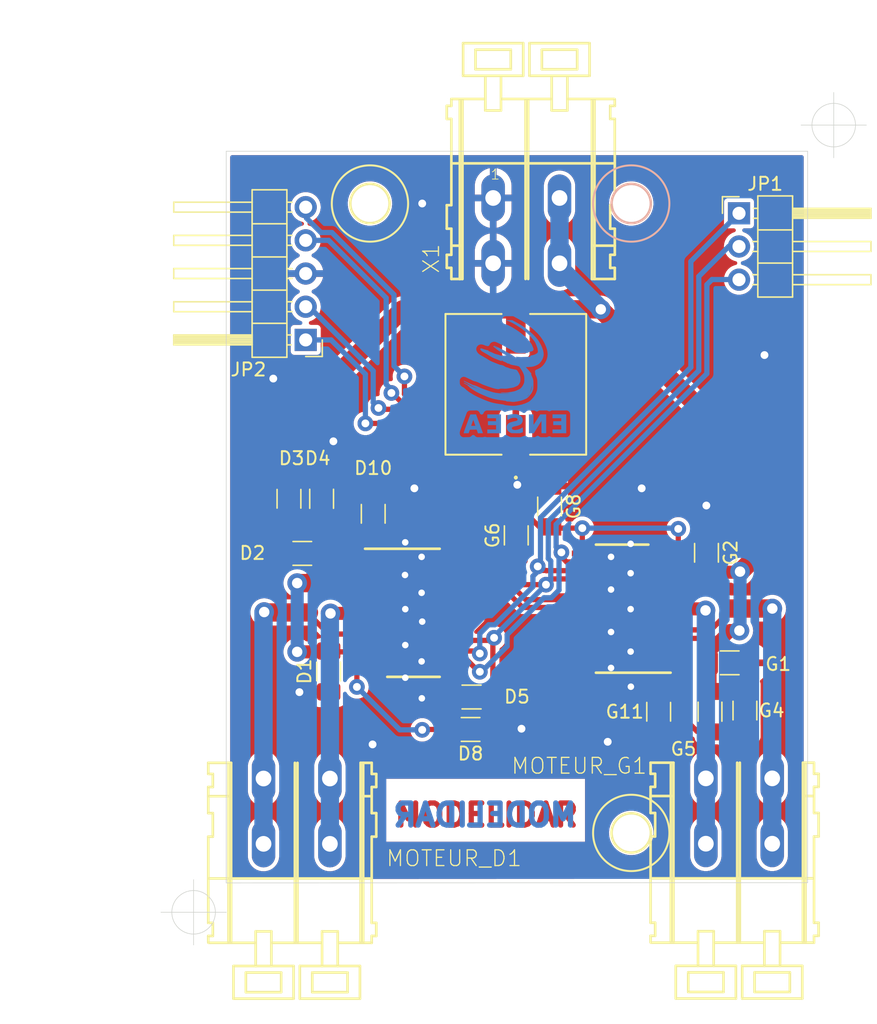
<source format=kicad_pcb>
(kicad_pcb (version 20211014) (generator pcbnew)
  (layers (0 "F.Cu" signal "Top") (31 "B.Cu" signal "Bottom") (34 "B.Paste" user) (35 "F.Paste" user) (36 "B.SilkS" user "B.Silkscreen") (37 "F.SilkS" user "F.Silkscreen") (38 "B.Mask" user) (39 "F.Mask" user) (44 "Edge.Cuts" user))
  (net 0 "")
  (net 1 "0")
  (net 2 "/IN_1_G")
  (net 3 "/IN_2_G")
  (net 4 "/FAULT")
  (net 5 "/SLEEP")
  (net 6 "/RESET")
  (net 7 "/V3P3OUT_G")
  (net 8 "/VM")
  (net 9 "/OUT1G")
  (net 10 "/OUT2G")
  (net 11 "/VCP_G")
  (net 12 "/IN_1_D")
  (net 13 "/IN_2_D")
  (net 14 "/V3P3OUT_D")
  (net 15 "/OUT1D")
  (net 16 "/OUT2D")
  (net 17 "/VCP_D")
  (net 18 "Net-(D10-Pad2)")
  (net 19 "Net-(D10-Pad1)")
  (net 20 "Net-(DRIVER_GAUCHE1-Pad27)")
  (net 21 "Net-(DRIVER_GAUCHE1-Pad26)")
  (net 22 "Net-(DRIVER_GAUCHE1-Pad25)")
  (net 23 "Net-(DRIVER_GAUCHE1-Pad24)")
  (net 24 "Net-(DRIVER_GAUCHE1-Pad23)")
  (net 25 "Net-(DRIVER_GAUCHE1-Pad22)")
  (net 26 "Net-(DRIVER_GAUCHE1-Pad19)")
  (net 27 "Net-(DRIVER_GAUCHE1-Pad2)")
  (net 28 "Net-(DRIVER_GAUCHE1-Pad1)")
  (net 29 "Net-(DRIVER_DROIT1-Pad27)")
  (net 30 "Net-(DRIVER_DROIT1-Pad26)")
  (net 31 "Net-(DRIVER_DROIT1-Pad25)")
  (net 32 "Net-(DRIVER_DROIT1-Pad24)")
  (net 33 "Net-(DRIVER_DROIT1-Pad23)")
  (net 34 "Net-(DRIVER_DROIT1-Pad22)")
  (net 35 "Net-(DRIVER_DROIT1-Pad19)")
  (footprint "Capacitor_SMD:C_1206_3216Metric_Pad1.33x1.80mm_HandSolder" (layer "F.Cu") (at 133.834424 116.81628 90)
    (fp_text reference "D1")
    (fp_text value "0.1uF")
  )
  (footprint "Capacitor_SMD:C_1206_3216Metric_Pad1.33x1.80mm_HandSolder" (layer "F.Cu") (at 137.25 104.75 90)
    (fp_text reference "D10")
    (fp_text value "0.01uF")
  )
  (footprint "Capacitor_SMD:C_1206_3216Metric_Pad1.33x1.80mm_HandSolder" (layer "F.Cu") (at 131.820587 107.781986)
    (fp_text reference "D2")
    (fp_text value "0.1uF")
  )
  (footprint "Capacitor_SMD:C_1206_3216Metric_Pad1.33x1.80mm_HandSolder" (layer "F.Cu") (at 130.8 103.6 -90)
    (fp_text reference "D3")
    (fp_text value "0.1uF")
  )
  (footprint "Resistor_SMD:R_1206_3216Metric_Pad1.30x1.75mm_HandSolder" (layer "F.Cu") (at 133.3 103.6 -90)
    (fp_text reference "D4")
    (fp_text value "1M")
  )
  (footprint "Resistor_SMD:R_1206_3216Metric_Pad1.30x1.75mm_HandSolder" (layer "F.Cu") (at 144.777915 118.773495 180)
    (fp_text reference "D5")
    (fp_text value "10K")
  )
  (footprint "Capacitor_SMD:C_1206_3216Metric_Pad1.33x1.80mm_HandSolder" (layer "F.Cu") (at 144.702512 121.254899 180)
    (fp_text reference "D8")
    (fp_text value "0.47uF")
  )
  (footprint "PontHComplet_MK2:PWP0028C_M" (layer "F.Cu") (at 140.332356 112.327483)
    (fp_text reference "DRIVER_DROIT1" hide)
    (fp_text value "DRV8842PWPRPWP0028C_M" hide)
  )
  (footprint "PontHComplet_MK2:PWP0028C_M" (layer "F.Cu") (at 156.304068 112.009324 180)
    (fp_text reference "DRIVER_GAUCHE1" hide)
    (fp_text value "DRV8842PWPRPWP0028C_M" hide)
  )
  (footprint "PontHComplet_MK2:CAP_60557008_WRE-M" (layer "F.Cu") (at 148.165356 94.839877 90)
    (fp_text reference "G3" hide)
    (fp_text value "220uF" hide)
  )
  (footprint "Capacitor_SMD:C_1206_3216Metric_Pad1.33x1.80mm_HandSolder" (layer "F.Cu") (at 164.540277 116.155945 180)
    (fp_text reference "G1")
    (fp_text value "0.1uF")
  )
  (footprint "Capacitor_SMD:C_1206_3216Metric_Pad1.33x1.80mm_HandSolder" (layer "F.Cu") (at 159.1 119.9 -90)
    (fp_text reference "G11")
    (fp_text value "0.01uF")
  )
  (footprint "Capacitor_SMD:C_1206_3216Metric_Pad1.33x1.80mm_HandSolder" (layer "F.Cu") (at 162.760596 107.7345 -90)
    (fp_text reference "G2")
    (fp_text value "0.1uF")
  )
  (footprint "Capacitor_SMD:C_1206_3216Metric_Pad1.33x1.80mm_HandSolder" (layer "F.Cu") (at 165.702709 119.807774 90)
    (fp_text reference "G4")
    (fp_text value "0.1uF")
  )
  (footprint "Resistor_SMD:R_1206_3216Metric_Pad1.30x1.75mm_HandSolder" (layer "F.Cu") (at 163.030324 119.89578 90)
    (fp_text reference "G5")
    (fp_text value "1M")
  )
  (footprint "Resistor_SMD:R_1206_3216Metric_Pad1.30x1.75mm_HandSolder" (layer "F.Cu") (at 148.2 106.401 90)
    (fp_text reference "G6")
    (fp_text value "10K")
  )
  (footprint "Capacitor_SMD:C_1206_3216Metric_Pad1.33x1.80mm_HandSolder" (layer "F.Cu") (at 150.75 104.1875 -90)
    (fp_text reference "G8")
    (fp_text value "0.47uF")
  )
  (footprint "Connector_PinHeader_2.54mm:PinHeader_1x03_P2.54mm_Horizontal" (layer "F.Cu") (at 165.25 81.75)
    (fp_text reference "JP1")
    (fp_text value "PINHD-1X3_90")
  )
  (footprint "Connector_PinHeader_2.54mm:PinHeader_1x05_P2.54mm_Horizontal" (layer "F.Cu") (at 132.08 91.44 180)
    (fp_text reference "JP2")
    (fp_text value "PINHD-1X5_90")
  )
  (footprint "PontHComplet_MK2:255-402-508" (layer "F.Cu") (at 131.393406 130.010636 180)
    (fp_text reference "MOTEUR_D1")
    (fp_text value "WAGO2-255-402-508")
  )
  (footprint "PontHComplet_MK2:255-402-508" (layer "F.Cu") (at 165.251606 129.999205 180)
    (fp_text reference "MOTEUR_G1")
    (fp_text value "WAGO2-255-402-508")
  )
  (footprint "PontHComplet_MK2:255-402-508" (layer "F.Cu") (at 148.970577 80.577102)
    (fp_text reference "X1")
    (fp_text value "WAGO2-255-402-508")
  )
  (footprint "PontHComplet_MK2:2,8" (layer "F.Cu") (at 157 129.173545)
    (fp_text reference "H1" hide)
    (fp_text value "MOUNT-HOLE2.8" hide)
  )
  (footprint "PontHComplet_MK2:2,8" (layer "F.Cu") (at 137 81)
    (fp_text reference "H3" hide)
    (fp_text value "MOUNT-HOLE2.8" hide)
  )
  (footprint "PontHComplet_MK2:2,8" (layer "B.Cu") (at 157 81 180)
    (fp_text reference "H2" hide)
    (fp_text value "MOUNT-HOLE2.8" hide)
  )
  (footprint "ensea:ensea" (layer "B.Cu") (at 148.5 94.25 180)
    (fp_text reference "G***" hide)
    (fp_text value "LOGO" hide)
  )
  (gr_line (start 126 133) (end 170.5 132.983704) (layer "Edge.Cuts") (width 0.05))
  (gr_line (start 170.5 132.983704) (end 170.5 77) (layer "Edge.Cuts") (width 0.05))
  (gr_line (start 170.5 77) (end 126 77) (layer "Edge.Cuts") (width 0.05))
  (gr_line (start 126 77) (end 126 133) (layer "Edge.Cuts") (width 0.05))
  (gr_text "−" (at 141.2 85.6) (layer "F.Cu") (effects (font (size 1.5 1.5) (thickness 0.3))))
  (gr_text "MODELIDAR" (at 138.7 128.8) (layer "F.Cu") (effects (font (size 1.6891 1.6891) (thickness 0.4)) (justify left bottom)))
  (gr_text "+" (at 156.8 85.6) (layer "F.Cu") (effects (font (size 1.5 1.5) (thickness 0.3))))
  (gr_text "MODELIDAR" (at 153.014967 128.8) (layer "B.Cu") (effects (font (size 1.6891 1.6891) (thickness 0.4)) (justify left bottom mirror)))
  (target plus (at 123.5 135.25) (size 5) (width 0.05) (layer "Edge.Cuts"))
  (target plus (at 172.5 75) (size 5) (width 0.05) (layer "Edge.Cuts"))
  (segment (start 158.165896 102.979636) (end 158.117356 102.931095) (width 0.5) (layer "F.Cu") (net 1))
  (segment (start 137.282356 111.352483) (end 139.357356 111.352483) (width 0.4) (layer "F.Cu") (net 1))
  (segment (start 159.354068 112.984324) (end 157.279065 112.984324) (width 0.4) (layer "F.Cu") (net 1))
  (segment (start 133.834424 118.31628) (end 131.68372 118.31628) (width 0.4) (layer "F.Cu") (net 1))
  (segment (start 156.954076 111.740077) (end 156.954076 112.009324) (width 0.4) (layer "F.Cu") (net 1))
  (segment (start 162.760596 106.2345) (end 162.760596 104.12671) (width 0.4) (layer "F.Cu") (net 1))
  (segment (start 159.354068 111.034324) (end 157.279068 111.034324) (width 0.4) (layer "F.Cu") (net 1))
  (segment (start 157.279068 111.034324) (end 156.304068 112.009324) (width 0.4) (layer "F.Cu") (net 1))
  (segment (start 137.282356 113.302483) (end 139.357356 113.302483) (width 0.4) (layer "F.Cu") (net 1))
  (segment (start 157.279065 112.984324) (end 156.304065 112.009324) (width 0.4) (layer "F.Cu") (net 1))
  (segment (start 131.68372 118.31628) (end 131.6 118.4) (width 0.4) (layer "F.Cu") (net 1))
  (segment (start 139.357356 113.302483) (end 140.332356 112.327483) (width 0.4) (layer "F.Cu") (net 1))
  (segment (start 139.357356 111.352483) (end 140.332356 112.327483) (width 0.4) (layer "F.Cu") (net 1))
  (via (at 167.2 92.6) (size 1.5) (drill 0.6) (layers "F.Cu" "B.Cu") (net 1))
  (via (at 148.6 121.2) (size 1.5) (drill 0.6) (layers "F.Cu" "B.Cu") (net 1))
  (via (at 155.454076 108.045924) (size 1) (drill 0.5) (layers "F.Cu" "B.Cu") (net 1))
  (via (at 140.97 118.872) (size 1) (drill 0.5) (layers "F.Cu" "B.Cu") (net 1))
  (via (at 134.2 99.2) (size 1.5) (drill 0.6) (layers "F.Cu" "B.Cu") (net 1))
  (via (at 140.954076 116.045924) (size 1) (drill 0.5) (layers "F.Cu" "B.Cu") (net 1))
  (via (at 157.8 102.8) (size 1.5) (drill 0.6) (layers "F.Cu" "B.Cu") (net 1))
  (via (at 139.704076 117.295924) (size 1) (drill 0.5) (layers "F.Cu" "B.Cu") (net 1))
  (via (at 139.704076 114.795924) (size 1) (drill 0.5) (layers "F.Cu" "B.Cu") (net 1))
  (via (at 140.954076 110.795924) (size 1) (drill 0.5) (layers "F.Cu" "B.Cu") (net 1))
  (via (at 141 113) (size 1) (drill 0.5) (layers "F.Cu" "B.Cu") (net 1))
  (via (at 156.954076 115.295924) (size 1) (drill 0.5) (layers "F.Cu" "B.Cu") (net 1))
  (via (at 137.2 122.4) (size 1.5) (drill 0.6) (layers "F.Cu" "B.Cu") (net 1))
  (via (at 156.954076 112.045924) (size 1) (drill 0.5) (layers "F.Cu" "B.Cu") (net 1))
  (via (at 155.454076 113.795924) (size 1) (drill 0.5) (layers "F.Cu" "B.Cu") (net 1))
  (via (at 156.954076 107.045924) (size 1) (drill 0.5) (layers "F.Cu" "B.Cu") (net 1))
  (via (at 139.704076 112.045924) (size 1) (drill 0.5) (layers "F.Cu" "B.Cu") (net 1))
  (via (at 155.454076 116.545924) (size 1) (drill 0.5) (layers "F.Cu" "B.Cu") (net 1))
  (via (at 155.2 122.2) (size 1.5) (drill 0.6) (layers "F.Cu" "B.Cu") (net 1))
  (via (at 141 81) (size 1.5) (drill 0.6) (layers "F.Cu" "B.Cu") (net 1))
  (via (at 148.28 102.53) (size 1.2) (drill 0.6) (layers "F.Cu" "B.Cu") (net 1))
  (via (at 155.454076 110.545924) (size 1) (drill 0.5) (layers "F.Cu" "B.Cu") (net 1))
  (via (at 156.972 117.983) (size 1) (drill 0.5) (layers "F.Cu" "B.Cu") (net 1))
  (via (at 156.954076 109.295924) (size 1) (drill 0.5) (layers "F.Cu" "B.Cu") (net 1))
  (via (at 139.682348 109.432352) (size 1) (drill 0.5) (layers "F.Cu" "B.Cu") (net 1))
  (via (at 140.4 102.8) (size 1.5) (drill 0.6) (layers "F.Cu" "B.Cu") (net 1))
  (via (at 129.6 94.4) (size 1.5) (drill 0.6) (layers "F.Cu" "B.Cu") (net 1))
  (via (at 140.954076 108.045924) (size 1) (drill 0.5) (layers "F.Cu" "B.Cu") (net 1))
  (via (at 131.6 118.4) (size 1.5) (drill 0.6) (layers "F.Cu" "B.Cu") (net 1))
  (via (at 139.7 106.934) (size 1) (drill 0.5) (layers "F.Cu" "B.Cu") (net 1))
  (via (at 162.75 104.116114) (size 1.5) (drill 0.6) (layers "F.Cu" "B.Cu") (net 1))
  (segment (start 145.899989 109.137171) (end 148.682829 111.920011) (width 0.4) (layer "F.Cu") (net 2))
  (segment (start 151.479989 111.920011) (end 151.715676 111.684324) (width 0.4) (layer "F.Cu") (net 2))
  (segment (start 138.6994 95.500348) (end 145.899989 102.700937) (width 0.4) (layer "F.Cu") (net 2))
  (segment (start 148.682829 111.920011) (end 151.479989 111.920011) (width 0.4) (layer "F.Cu") (net 2))
  (segment (start 145.899989 102.700937) (end 145.899989 109.137171) (width 0.4) (layer "F.Cu") (net 2))
  (segment (start 138.6405 95.500348) (end 138.6994 95.500348) (width 0.4) (layer "F.Cu") (net 2))
  (segment (start 151.715676 111.684324) (end 153.254068 111.684324) (width 0.4) (layer "F.Cu") (net 2))
  (via (at 138.6405 95.500348) (size 1.2) (drill 0.6) (layers "F.Cu" "B.Cu") (net 2))
  (segment (start 138.239999 94.837496) (end 138.239999 88.225143) (width 0.4) (layer "B.Cu") (net 2))
  (segment (start 138.239999 88.225143) (end 133.834856 83.82) (width 0.4) (layer "B.Cu") (net 2))
  (segment (start 138.6405 95.500348) (end 138.6405 95.237997) (width 0.4) (layer "B.Cu") (net 2))
  (segment (start 133.834856 83.82) (end 132.142706 83.82) (width 0.4) (layer "B.Cu") (net 2))
  (segment (start 138.6405 95.237997) (end 138.239999 94.837496) (width 0.4) (layer "B.Cu") (net 2))
  (segment (start 146.5 102.453098) (end 146.5 108.888639) (width 0.4) (layer "F.Cu") (net 3))
  (segment (start 151.517133 111.034324) (end 153.254068 111.034324) (width 0.4) (layer "F.Cu") (net 3))
  (segment (start 139.64 94.234) (end 139.64 95.593098) (width 0.4) (layer "F.Cu") (net 3))
  (segment (start 146.5 108.888639) (end 148.931361 111.32) (width 0.4) (layer "F.Cu") (net 3))
  (segment (start 139.64 95.593098) (end 146.5 102.453098) (width 0.4) (layer "F.Cu") (net 3))
  (segment (start 148.931361 111.32) (end 151.231457 111.32) (width 0.4) (layer "F.Cu") (net 3))
  (segment (start 151.231457 111.32) (end 151.517133 111.034324) (width 0.4) (layer "F.Cu") (net 3))
  (via (at 139.64 94.234) (size 1.2) (drill 0.6) (layers "F.Cu" "B.Cu") (net 3))
  (segment (start 138.839519 93.433519) (end 138.839519 87.976813) (width 0.4) (layer "B.Cu") (net 3))
  (segment (start 138.839519 87.976813) (end 134.083186 83.22048) (width 0.4) (layer "B.Cu") (net 3))
  (segment (start 133.247556 83.22048) (end 132.142706 82.11563) (width 0.4) (layer "B.Cu") (net 3))
  (segment (start 139.64 94.234) (end 138.839519 93.433519) (width 0.4) (layer "B.Cu") (net 3))
  (segment (start 132.142706 82.11563) (end 132.142706 81.28) (width 0.4) (layer "B.Cu") (net 3))
  (segment (start 134.083186 83.22048) (end 133.247556 83.22048) (width 0.4) (layer "B.Cu") (net 3))
  (segment (start 148.773545 110.173545) (end 150.473545 110.173545) (width 0.4) (layer "F.Cu") (net 4))
  (segment (start 148.2 109.6) (end 148.773545 110.173545) (width 0.4) (layer "F.Cu") (net 4))
  (segment (start 144.75299 114.438249) (end 144.588756 114.602483) (width 0.4) (layer "F.Cu") (net 4))
  (segment (start 146.2 118.829225) (end 146.409955 118.61927) (width 0.4) (layer "F.Cu") (net 4))
  (segment (start 146.409955 118.61927) (end 146.409955 114.438249) (width 0.4) (layer "F.Cu") (net 4))
  (segment (start 144.588756 114.602483) (end 143.382356 114.602483) (width 0.4) (layer "F.Cu") (net 4))
  (segment (start 146.303602 114.438249) (end 146.502126 114.239725) (width 0.4) (layer "F.Cu") (net 4))
  (segment (start 150.912766 109.734324) (end 150.473545 110.173545) (width 0.4) (layer "F.Cu") (net 4))
  (segment (start 153.254068 109.734324) (end 150.912766 109.734324) (width 0.4) (layer "F.Cu") (net 4))
  (segment (start 148.2 107.9) (end 148.2 109.6) (width 0.4) (layer "F.Cu") (net 4))
  (segment (start 144.75299 114.438249) (end 146.409955 114.438249) (width 0.4) (layer "F.Cu") (net 4))
  (via (at 146.502126 114.239725) (size 1.2) (drill 0.6) (layers "F.Cu" "B.Cu") (net 4))
  (via (at 150.473545 110.173545) (size 1.2) (drill 0.6) (layers "F.Cu" "B.Cu") (net 4))
  (segment (start 162.17 86.58) (end 162.17 93.786932) (width 0.4) (layer "B.Cu") (net 4))
  (segment (start 165.401465 84.279205) (end 164.470795 84.279205) (width 0.4) (layer "B.Cu") (net 4))
  (segment (start 150.473545 110.173545) (end 146.502126 114.144964) (width 0.4) (layer "B.Cu") (net 4))
  (segment (start 150.841447 108.361903) (end 150.841447 109.805643) (width 0.4) (layer "B.Cu") (net 4))
  (segment (start 150.841447 109.805643) (end 150.473545 110.173545) (width 0.4) (layer "B.Cu") (net 4))
  (segment (start 146.502126 114.144964) (end 146.502126 114.239725) (width 0.4) (layer "B.Cu") (net 4))
  (segment (start 150.650854 105.306078) (end 150.650854 108.17131) (width 0.4) (layer "B.Cu") (net 4))
  (segment (start 164.470795 84.279205) (end 162.17 86.58) (width 0.4) (layer "B.Cu") (net 4))
  (segment (start 162.17 93.786932) (end 150.650854 105.306078) (width 0.4) (layer "B.Cu") (net 4))
  (segment (start 150.650854 108.17131) (end 150.841447 108.361903) (width 0.4) (layer "B.Cu") (net 4))
  (segment (start 143.382356 115.252483) (end 145.113843 115.252483) (width 0.4) (layer "F.Cu") (net 5))
  (segment (start 145.30281 115.44145) (end 145.406754 115.44145) (width 0.4) (layer "F.Cu") (net 5))
  (segment (start 150.474127 109.084324) (end 150.150345 109.084324) (width 0.4) (layer "F.Cu") (net 5))
  (segment (start 150.493005 109.103202) (end 150.474127 109.084324) (width 0.4) (layer "F.Cu") (net 5))
  (segment (start 150.150345 109.084324) (end 149.841936 108.775915) (width 0.4) (layer "F.Cu") (net 5))
  (segment (start 153.23519 109.103202) (end 150.493005 109.103202) (width 0.4) (layer "F.Cu") (net 5))
  (segment (start 153.254068 109.084324) (end 153.23519 109.103202) (width 0.4) (layer "F.Cu") (net 5))
  (segment (start 145.113843 115.252483) (end 145.30281 115.44145) (width 0.4) (layer "F.Cu") (net 5))
  (via (at 145.406754 115.44145) (size 1.2) (drill 0.6) (layers "F.Cu" "B.Cu") (net 5))
  (via (at 149.841936 108.775915) (size 1.2) (drill 0.6) (layers "F.Cu" "B.Cu") (net 5))
  (segment (start 146.559026 113.240214) (end 146.088114 113.240214) (width 0.4) (layer "B.Cu") (net 5))
  (segment (start 149.474034 109.525966) (end 149.474034 110.325206) (width 0.4) (layer "B.Cu") (net 5))
  (segment (start 146.088114 113.240214) (end 145.406754 113.921574) (width 0.4) (layer "B.Cu") (net 5))
  (segment (start 165.260795 81.739205) (end 161.563589 85.436411) (width 0.4) (layer "B.Cu") (net 5))
  (segment (start 161.563589 85.436411) (end 161.563589 93.535749) (width 0.4) (layer "B.Cu") (net 5))
  (segment (start 161.563589 93.535749) (end 150.051334 105.048004) (width 0.4) (layer "B.Cu") (net 5))
  (segment (start 149.851455 109.148545) (end 149.474034 109.525966) (width 0.4) (layer "B.Cu") (net 5))
  (segment (start 150.051334 105.048004) (end 150.051334 108.566517) (width 0.4) (layer "B.Cu") (net 5))
  (segment (start 149.474034 110.325206) (end 146.559026 113.240214) (width 0.4) (layer "B.Cu") (net 5))
  (segment (start 145.406754 113.921574) (end 145.406754 115.44145) (width 0.4) (layer "B.Cu") (net 5))
  (segment (start 150.051334 108.566517) (end 149.8 108.817851) (width 0.4) (layer "B.Cu") (net 5))
  (segment (start 144.396789 115.902483) (end 143.382356 115.902483) (width 0.4) (layer "F.Cu") (net 6))
  (segment (start 145.335252 116.840946) (end 144.396789 115.902483) (width 0.4) (layer "F.Cu") (net 6))
  (segment (start 153.254068 108.434324) (end 152.054068 108.434324) (width 0.4) (layer "F.Cu") (net 6))
  (segment (start 151.654056 108.034312) (end 151.654056 107.701012) (width 0.4) (layer "F.Cu") (net 6))
  (segment (start 145.410455 116.840946) (end 145.335252 116.840946) (width 0.4) (layer "F.Cu") (net 6))
  (segment (start 152.054068 108.434324) (end 151.654056 108.034312) (width 0.4) (layer "F.Cu") (net 6))
  (via (at 145.410455 116.840946) (size 1.2) (drill 0.6) (layers "F.Cu" "B.Cu") (net 6))
  (via (at 151.654056 107.701012) (size 1.2) (drill 0.6) (layers "F.Cu" "B.Cu") (net 6))
  (segment (start 162.79 94.02) (end 151.250374 105.559626) (width 0.4) (layer "B.Cu") (net 6))
  (segment (start 151.473056 110.587557) (end 151.473056 107.882012) (width 0.4) (layer "B.Cu") (net 6))
  (segment (start 151.250374 107.29733) (end 151.654056 107.701012) (width 0.4) (layer "B.Cu") (net 6))
  (segment (start 162.79 87.21) (end 162.79 94.02) (width 0.4) (layer "B.Cu") (net 6))
  (segment (start 150.321884 111.173056) (end 150.887557 111.173056) (width 0.4) (layer "B.Cu") (net 6))
  (segment (start 151.473056 107.882012) (end 151.654056 107.701012) (width 0.4) (layer "B.Cu") (net 6))
  (segment (start 147.501637 113.993303) (end 150.321884 111.173056) (width 0.4) (layer "B.Cu") (net 6))
  (segment (start 163.180795 86.819205) (end 162.79 87.21) (width 0.4) (layer "B.Cu") (net 6))
  (segment (start 165.401465 86.819205) (end 163.180795 86.819205) (width 0.4) (layer "B.Cu") (net 6))
  (segment (start 145.410455 116.840946) (end 145.541054 116.840946) (width 0.4) (layer "B.Cu") (net 6))
  (segment (start 147.501637 114.880363) (end 147.501637 113.993303) (width 0.4) (layer "B.Cu") (net 6))
  (segment (start 145.541054 116.840946) (end 147.501637 114.880363) (width 0.4) (layer "B.Cu") (net 6))
  (segment (start 151.250374 105.559626) (end 151.250374 107.29733) (width 0.4) (layer "B.Cu") (net 6))
  (segment (start 150.887557 111.173056) (end 151.473056 110.587557) (width 0.4) (layer "B.Cu") (net 6))
  (segment (start 159.354068 108.434324) (end 159.354068 109.084324) (width 0.4064) (layer "F.Cu") (net 7))
  (segment (start 150.063062 105.845932) (end 149.06813 104.851) (width 0.4) (layer "F.Cu") (net 7))
  (segment (start 159.354068 108.434324) (end 160.297676 108.434324) (width 0.4) (layer "F.Cu") (net 7))
  (segment (start 149.06813 104.851) (end 148.2 104.851) (width 0.4) (layer "F.Cu") (net 7))
  (segment (start 153.254068 107.784324) (end 153.254068 105.845932) (width 0.4) (layer "F.Cu") (net 7))
  (segment (start 153.254068 105.845932) (end 150.063062 105.845932) (width 0.4) (layer "F.Cu") (net 7))
  (segment (start 160.6 108.132) (end 160.6 105.9) (width 0.4) (layer "F.Cu") (net 7))
  (segment (start 160.297676 108.434324) (end 160.6 108.132) (width 0.4) (layer "F.Cu") (net 7))
  (via (at 160.6 105.9) (size 1.2) (drill 0.6) (layers "F.Cu" "B.Cu") (net 7))
  (via (at 153.254068 105.845932) (size 1.2) (drill 0.6) (layers "F.Cu" "B.Cu") (net 7))
  (segment (start 160.545932 105.845932) (end 160.6 105.9) (width 0.4) (layer "B.Cu") (net 7))
  (segment (start 153.254068 105.845932) (end 160.545932 105.845932) (width 0.4) (layer "B.Cu") (net 7))
  (segment (start 148.165356 90.483777) (end 148.141456 90.459877) (width 0.4) (layer "F.Cu") (net 8))
  (segment (start 148.141456 90.459877) (end 148.141456 89.324058) (width 0.4) (layer "F.Cu") (net 8))
  (segment (start 137.282356 110.052483) (end 131.429123 110.052483) (width 0.4) (layer "F.Cu") (net 8))
  (segment (start 159.354068 114.284324) (end 162.984906 114.284324) (width 0.4) (layer "F.Cu") (net 8))
  (segment (start 163.040277 114.339695) (end 162.984906 114.284324) (width 0.4) (layer "F.Cu") (net 8))
  (segment (start 163.040277 115.216723) (end 163.040277 116.155945) (width 1) (layer "F.Cu") (net 8))
  (segment (start 131.428213 115.31628) (end 133.834424 115.31628) (width 1) (layer "F.Cu") (net 8))
  (segment (start 133.383087 107.781986) (end 133.383087 105.182087) (width 1.4) (layer "F.Cu") (net 8))
  (segment (start 130.8 105.1) (end 130.801 105.099) (width 1) (layer "F.Cu") (net 8))
  (segment (start 159.372668 109.715724) (end 159.384944 109.728) (width 0.4) (layer "F.Cu") (net 8))
  (segment (start 129.738 105.1) (end 130.8 105.1) (width 1.4) (layer "F.Cu") (net 8))
  (segment (start 148.165356 89.1) (end 148.165356 90.483777) (width 1.4) (layer "F.Cu") (net 8))
  (segment (start 135.12772 115.31628) (end 133.834424 115.31628) (width 0.4) (layer "F.Cu") (net 8))
  (segment (start 162.984906 114.284324) (end 164.034324 114.284324) (width 0.4) (layer "F.Cu") (net 8))
  (segment (start 132.396685 110.052483) (end 131.429123 110.052483) (width 1.4) (layer "F.Cu") (net 8))
  (segment (start 128.634906 99.965094) (end 139.5 89.1) (width 1.4) (layer "F.Cu") (net 8))
  (segment (start 165.613703 118.39678) (end 165.702709 118.307774) (width 1) (layer "F.Cu") (net 8))
  (segment (start 154.669817 89.1) (end 148.165356 89.1) (width 1.4) (layer "F.Cu") (net 8))
  (segment (start 162.760596 109.22) (end 165.281914 109.22) (width 1) (layer "F.Cu") (net 8))
  (segment (start 128.634906 99.965094) (end 128.634906 103.996906) (width 1.4) (layer "F.Cu") (net 8))
  (segment (start 137.282356 114.602483) (end 135.841517 114.602483) (width 0.4) (layer "F.Cu") (net 8))
  (segment (start 139.5 89.1) (end 148.165356 89.1) (width 1.4) (layer "F.Cu") (net 8))
  (segment (start 133.383087 107.781986) (end 133.383087 109.066081) (width 1.4) (layer "F.Cu") (net 8))
  (segment (start 165.53 113.69) (end 164.567 113.69) (width 1) (layer "F.Cu") (net 8))
  (segment (start 133.383087 109.066081) (end 132.396685 110.052483) (width 1.4) (layer "F.Cu") (net 8))
  (segment (start 166.278131 100.708314) (end 154.669817 89.1) (width 1.4) (layer "F.Cu") (net 8))
  (segment (start 131.427933 115.316) (end 131.428213 115.31628) (width 1) (layer "F.Cu") (net 8))
  (segment (start 166.278131 108.270469) (end 166.278131 100.708314) (width 1.4) (layer "F.Cu") (net 8))
  (segment (start 128.634906 103.996906) (end 129.738 105.1) (width 1.4) (layer "F.Cu") (net 8))
  (segment (start 162.724743 109.728) (end 162.724743 109.613383) (width 0.4) (layer "F.Cu") (net 8))
  (segment (start 164.567 113.69) (end 163.040277 115.216723) (width 1) (layer "F.Cu") (net 8))
  (segment (start 163.030324 118.39678) (end 165.613703 118.39678) (width 1) (layer "F.Cu") (net 8))
  (segment (start 163.030324 118.39678) (end 163.030324 116.165898) (width 1) (layer "F.Cu") (net 8))
  (segment (start 163.040277 114.959723) (end 163.040277 114.339695) (width 0.4) (layer "F.Cu") (net 8))
  (segment (start 165.3286 109.22) (end 166.278131 108.270469) (width 1.4) (layer "F.Cu") (net 8))
  (segment (start 162.670082 109.728) (end 162.622402 109.68032) (width 0.4) (layer "F.Cu") (net 8))
  (segment (start 159.384944 109.728) (end 162.724743 109.728) (width 0.4) (layer "F.Cu") (net 8))
  (segment (start 135.841517 114.602483) (end 135.12772 115.31628) (width 0.4) (layer "F.Cu") (net 8))
  (segment (start 130.801 105.099) (end 133.3 105.099) (width 1.4) (layer "F.Cu") (net 8))
  (via (at 131.427933 115.316) (size 1.5) (drill 0.8) (layers "F.Cu" "B.Cu") (net 8))
  (via (at 165.28 113.69) (size 1.5) (drill 0.8) (layers "F.Cu" "B.Cu") (net 8))
  (via (at 165.3286 109.173314) (size 1.5) (drill 0.8) (layers "F.Cu" "B.Cu") (net 8))
  (via (at 131.429123 110.052483) (size 1.5) (drill 0.8) (layers "F.Cu" "B.Cu") (net 8))
  (via (at 154.669817 89.1) (size 1.5) (drill 0.8) (layers "F.Cu" "B.Cu") (net 8))
  (segment (start 151.510577 80.577102) (end 151.510577 85.577102) (width 1.4) (layer "B.Cu") (net 8))
  (segment (start 154.669817 89.069817) (end 154.669817 89.1) (width 1.4) (layer "B.Cu") (net 8))
  (segment (start 165.3286 109.173314) (end 165.330326 109.17504) (width 1) (layer "B.Cu") (net 8))
  (segment (start 151.510577 85.577102) (end 151.510577 85.910577) (width 1.4) (layer "B.Cu") (net 8))
  (segment (start 131.427933 115.316) (end 131.429123 115.31481) (width 1) (layer "B.Cu") (net 8))
  (segment (start 131.429123 115.31481) (end 131.429123 110.052483) (width 1) (layer "B.Cu") (net 8))
  (segment (start 165.330326 109.17504) (end 165.330326 113.639674) (width 1) (layer "B.Cu") (net 8))
  (segment (start 151.510577 85.910577) (end 154.669817 89.069817) (width 1.4) (layer "B.Cu") (net 8))
  (segment (start 164.465 111.633) (end 163.216324 110.384324) (width 0.4064) (layer "F.Cu") (net 9))
  (segment (start 163.216324 110.384324) (end 159.354068 110.384324) (width 0.4064) (layer "F.Cu") (net 9))
  (segment (start 164.465 112) (end 164.465 111.633) (width 0.4064) (layer "F.Cu") (net 9))
  (segment (start 164.465 112.268) (end 163.098676 113.634324) (width 0.4064) (layer "F.Cu") (net 9))
  (segment (start 163.098676 113.634324) (end 159.354068 113.634324) (width 0.4064) (layer "F.Cu") (net 9))
  (segment (start 164.465 112) (end 167.8 112) (width 1.4) (layer "F.Cu") (net 9))
  (segment (start 164.465 112) (end 164.465 112.268) (width 0.4064) (layer "F.Cu") (net 9))
  (via (at 167.8 112) (size 1.5) (drill 0.8) (layers "F.Cu" "B.Cu") (net 9))
  (segment (start 167.791606 129.999205) (end 167.791606 124.999205) (width 1.4) (layer "B.Cu") (net 9))
  (segment (start 167.791606 112.008394) (end 167.8 112) (width 1.4) (layer "B.Cu") (net 9))
  (segment (start 167.791606 124.999205) (end 167.791606 112.008394) (width 1.4) (layer "B.Cu") (net 9))
  (segment (start 162.687 112.141) (end 162.572136 112.026136) (width 1) (layer "F.Cu") (net 10))
  (segment (start 162.572136 112.026136) (end 159.526136 112.026136) (width 1) (layer "F.Cu") (net 10))
  (segment (start 159.459325 111.959325) (end 159.354068 111.959325) (width 1) (layer "F.Cu") (net 10))
  (segment (start 159.526136 112.026136) (end 159.459325 111.959325) (width 1) (layer "F.Cu") (net 10))
  (via (at 162.687 112.141) (size 1.5) (drill 0.8) (layers "F.Cu" "B.Cu") (net 10))
  (segment (start 162.711606 129.999205) (end 162.711606 124.999205) (width 1.4) (layer "B.Cu") (net 10))
  (segment (start 162.711606 112.165606) (end 162.711606 124.999205) (width 1.4) (layer "B.Cu") (net 10))
  (segment (start 162.687 112.141) (end 162.711606 112.165606) (width 1.4) (layer "B.Cu") (net 10))
  (segment (start 159.354068 114.934324) (end 160.945684 114.934324) (width 0.4064) (layer "F.Cu") (net 11))
  (segment (start 161.484906 115.473545) (end 161.484906 120.845205) (width 0.4064) (layer "F.Cu") (net 11))
  (segment (start 163.030324 121.39478) (end 162.034481 121.39478) (width 0.4064) (layer "F.Cu") (net 11))
  (segment (start 162.034481 121.39478) (end 161.484906 120.845205) (width 0.4064) (layer "F.Cu") (net 11))
  (segment (start 163.034906 121.445205) (end 165.565277 121.445205) (width 0.4064) (layer "F.Cu") (net 11))
  (segment (start 160.945684 114.934324) (end 161.484906 115.473545) (width 0.4064) (layer "F.Cu") (net 11))
  (segment (start 165.565277 121.445205) (end 165.702709 121.307774) (width 0.508) (layer "F.Cu") (net 11))
  (segment (start 163.030324 121.39478) (end 163.034906 121.399361) (width 0.508) (layer "F.Cu") (net 11))
  (segment (start 163.034906 121.399361) (end 163.034906 121.445205) (width 0.508) (layer "F.Cu") (net 11))
  (segment (start 144.690367 112.445234) (end 144.690367 103.187015) (width 0.4) (layer "F.Cu") (net 12))
  (segment (start 144.483118 112.652483) (end 144.690367 112.445234) (width 0.4) (layer "F.Cu") (net 12))
  (segment (start 143.382356 112.652483) (end 144.483118 112.652483) (width 0.4) (layer "F.Cu") (net 12))
  (segment (start 144.690367 103.187015) (end 139.333352 97.83) (width 0.4) (layer "F.Cu") (net 12))
  (segment (start 139.333352 97.83) (end 136.65 97.83) (width 0.4) (layer "F.Cu") (net 12))
  (via (at 136.65 97.83) (size 1.2) (drill 0.6) (layers "F.Cu" "B.Cu") (net 12))
  (segment (start 136.65 94.06385) (end 136.65 97.83) (width 0.4) (layer "B.Cu") (net 12))
  (segment (start 134.02615 91.44) (end 136.65 94.06385) (width 0.4) (layer "B.Cu") (net 12))
  (segment (start 132.08 91.44) (end 134.02615 91.44) (width 0.4) (layer "B.Cu") (net 12))
  (segment (start 137.75321 96.75) (end 137.65321 96.65) (width 0.4) (layer "F.Cu") (net 13))
  (segment (start 144.690712 113.302483) (end 145.296778 112.696417) (width 0.4) (layer "F.Cu") (net 13))
  (segment (start 145.296778 112.696417) (end 145.296778 102.945576) (width 0.4) (layer "F.Cu") (net 13))
  (segment (start 145.296778 102.945576) (end 139.101202 96.75) (width 0.4) (layer "F.Cu") (net 13))
  (segment (start 139.101202 96.75) (end 137.75321 96.75) (width 0.4) (layer "F.Cu") (net 13))
  (segment (start 143.382356 113.302483) (end 144.690712 113.302483) (width 0.4) (layer "F.Cu") (net 13))
  (via (at 137.65321 96.65) (size 1.2) (drill 0.6) (layers "F.Cu" "B.Cu") (net 13))
  (segment (start 132.142706 88.9) (end 132.334 88.9) (width 0.4) (layer "B.Cu") (net 13))
  (segment (start 132.334 88.9) (end 137.24952 93.81552) (width 0.4) (layer "B.Cu") (net 13))
  (segment (start 137.24952 93.81552) (end 137.24952 96.24631) (width 0.4) (layer "B.Cu") (net 13))
  (segment (start 137.24952 96.24631) (end 137.65321 96.65) (width 0.4) (layer "B.Cu") (net 13))
  (segment (start 137.282356 115.902483) (end 137.282356 115.252483) (width 0.4064) (layer "F.Cu") (net 14))
  (segment (start 143.382356 116.552483) (end 143.382356 117.102483) (width 0.4064) (layer "F.Cu") (net 14))
  (segment (start 137.282356 115.902483) (end 136.097517 115.902483) (width 0.4) (layer "F.Cu") (net 14))
  (segment (start 143.382356 117.102483) (end 143.382356 118.670054) (width 0.4) (layer "F.Cu") (net 14))
  (segment (start 143.202512 121.254899) (end 143.202512 118.849898) (width 0.4) (layer "F.Cu") (net 14))
  (segment (start 136 116) (end 136 118) (width 0.4) (layer "F.Cu") (net 14))
  (segment (start 143.202512 118.849898) (end 143.278915 118.773495) (width 0.4) (layer "F.Cu") (net 14))
  (segment (start 136.097517 115.902483) (end 136 116) (width 0.4) (layer "F.Cu") (net 14))
  (segment (start 143.382356 118.670054) (end 143.278915 118.773495) (width 0.4) (layer "F.Cu") (net 14))
  (segment (start 141 121.285) (end 141.030101 121.254899) (width 0.4) (layer "F.Cu") (net 14))
  (segment (start 141.030101 121.254899) (end 143.202512 121.254899) (width 0.4) (layer "F.Cu") (net 14))
  (via (at 136 118) (size 1.2) (drill 0.6) (layers "F.Cu" "B.Cu") (net 14))
  (via (at 141 121.285) (size 1.2) (drill 0.6) (layers "F.Cu" "B.Cu") (net 14))
  (segment (start 139.285 121.285) (end 136 118) (width 0.4) (layer "B.Cu") (net 14))
  (segment (start 141 121.285) (end 139.285 121.285) (width 0.4) (layer "B.Cu") (net 14))
  (segment (start 132.330188 112.3) (end 128.937 112.3) (width 1.4) (layer "F.Cu") (net 15))
  (segment (start 133.607517 110.702483) (end 137.282356 110.702483) (width 0.4) (layer "F.Cu") (net 15))
  (segment (start 133.842483 113.952483) (end 132.224906 112.334906) (width 0.4) (layer "F.Cu") (net 15))
  (segment (start 132.330188 111.979812) (end 133.607517 110.702483) (width 0.4) (layer "F.Cu") (net 15))
  (segment (start 128.937 112.3) (end 128.905 112.268) (width 1.4) (layer "F.Cu") (net 15))
  (segment (start 137.282356 113.952483) (end 133.842483 113.952483) (width 0.4) (layer "F.Cu") (net 15))
  (segment (start 132.330188 112.3) (end 132.330188 111.979812) (width 0.4) (layer "F.Cu") (net 15))
  (via (at 128.905 112.268) (size 1.5) (drill 0.8) (layers "F.Cu" "B.Cu") (net 15))
  (segment (start 128.853406 130.010636) (end 128.853406 125.010636) (width 1.4) (layer "B.Cu") (net 15))
  (segment (start 128.853406 112.319594) (end 128.853406 125.010636) (width 1.4) (layer "B.Cu") (net 15))
  (segment (start 128.905 112.268) (end 128.853406 112.319594) (width 1.4) (layer "B.Cu") (net 15))
  (segment (start 137.190945 112.368895) (end 137.282356 112.277484) (width 1) (layer "F.Cu") (net 16))
  (segment (start 133.97808 112.372823) (end 133.982008 112.368895) (width 1) (layer "F.Cu") (net 16))
  (segment (start 133.982008 112.368895) (end 137.190945 112.368895) (width 1) (layer "F.Cu") (net 16))
  (via (at 133.97808 112.372823) (size 1.5) (drill 0.8) (layers "F.Cu" "B.Cu") (net 16))
  (segment (start 133.933406 130.010636) (end 133.933406 125.010636) (width 1.4) (layer "B.Cu") (net 16))
  (segment (start 133.933406 112.417497) (end 133.933406 125.010636) (width 1.4) (layer "B.Cu") (net 16))
  (segment (start 133.97808 112.372823) (end 133.933406 112.417497) (width 1.4) (layer "B.Cu") (net 16))
  (segment (start 135.818483 109.402483) (end 137.282356 109.402483) (width 0.4) (layer "F.Cu") (net 17))
  (segment (start 134.7 108.284) (end 135.818483 109.402483) (width 0.4) (layer "F.Cu") (net 17))
  (segment (start 134.7 103.238639) (end 134.7 108.284) (width 0.4) (layer "F.Cu") (net 17))
  (segment (start 130.79 102.11) (end 133.571361 102.11) (width 0.4) (layer "F.Cu") (net 17))
  (segment (start 133.571361 102.11) (end 134.7 103.238639) (width 0.4) (layer "F.Cu") (net 17))
  (segment (start 137.257357 108.727484) (end 137.282356 108.752483) (width 0.4) (layer "F.Cu") (net 18))
  (segment (start 137.2 103.3) (end 136.2 103.3) (width 0.4) (layer "F.Cu") (net 18))
  (segment (start 136.2 103.3) (end 135.5 104) (width 0.4) (layer "F.Cu") (net 18))
  (segment (start 135.5 104) (end 135.5 108.1) (width 0.4) (layer "F.Cu") (net 18))
  (segment (start 136.127484 108.727484) (end 137.257357 108.727484) (width 0.4) (layer "F.Cu") (net 18))
  (segment (start 135.5 108.1) (end 136.127484 108.727484) (width 0.4) (layer "F.Cu") (net 18))
  (segment (start 137.25 103.25) (end 137.2 103.3) (width 0.4) (layer "F.Cu") (net 18))
  (segment (start 137.25 106.25) (end 137.25 107.895117) (width 0.4) (layer "F.Cu") (net 19))
  (segment (start 137.25 107.895117) (end 137.282356 107.927473) (width 0.4) (layer "F.Cu") (net 19))
  (segment (start 160.881696 116.050344) (end 160.881696 120.868304) (width 0.4) (layer "F.Cu") (net 27))
  (segment (start 160.35 121.4) (end 159.1 121.4) (width 0.4) (layer "F.Cu") (net 27))
  (segment (start 160.415676 115.584324) (end 160.881696 116.050344) (width 0.4) (layer "F.Cu") (net 27))
  (segment (start 159.354068 115.584324) (end 160.415676 115.584324) (width 0.4) (layer "F.Cu") (net 27))
  (segment (start 160.881696 120.868304) (end 160.35 121.4) (width 0.4) (layer "F.Cu") (net 27))
  (segment (start 159.354068 116.234324) (end 159.354068 118.145932) (width 0.4) (layer "F.Cu") (net 28))
  (segment (start 159.354068 118.145932) (end 159.1 118.4) (width 0.4) (layer "F.Cu") (net 28))
  (zone (net 0) (net_name "") (layer "F.Cu") (priority 6) (connect_pads (clearance 0)) (min_thickness 0.0762)
    (keepout (tracks not_allowed) (vias not_allowed) (pads allowed) (copperpour not_allowed) (footprints allowed))
    (fill (thermal_gap 0.2024) (thermal_bridge_width 0.2024))
    (polygon (pts (xy 145 117.827997) (xy 145.8 122.45) (xy 143.3 122.45) (xy 143.9976 117.836015)))
  )
  (zone (net 0) (net_name "") (layer "F.Cu") (priority 6) (connect_pads (clearance 0)) (min_thickness 0.0762)
    (keepout (tracks not_allowed) (vias not_allowed) (pads allowed) (copperpour not_allowed) (footprints allowed))
    (fill (thermal_gap 0.2024) (thermal_bridge_width 0.2024))
    (polygon (pts (xy 164 108.412114) (xy 161.7 108.216114) (xy 161.7 107.213459) (xy 164 106.516114)))
  )
  (zone (net 0) (net_name "") (layer "F.Cu") (priority 6) (connect_pads (clearance 0)) (min_thickness 0.0762)
    (keepout (tracks not_allowed) (vias not_allowed) (pads allowed) (copperpour not_allowed) (footprints allowed))
    (fill (thermal_gap 0.2024) (thermal_bridge_width 0.2024))
    (polygon (pts (xy 151.8 103.05) (xy 151.8 104.9) (xy 149.4 104.9) (xy 149.4 103.05)))
  )
  (zone (net 0) (net_name "") (layer "F.Cu") (priority 6) (connect_pads (clearance 0)) (min_thickness 0.0762)
    (keepout (tracks not_allowed) (vias not_allowed) (pads allowed) (copperpour not_allowed) (footprints allowed))
    (fill (thermal_gap 0.2024) (thermal_bridge_width 0.2024))
    (polygon (pts (xy 159.4012 119.395991) (xy 159.4012 120.4) (xy 157.9 121) (xy 157.9 118.75)))
  )
  (zone (net 0) (net_name "") (layer "F.Cu") (priority 6) (connect_pads (clearance 0)) (min_thickness 0.0762)
    (keepout (tracks not_allowed) (vias not_allowed) (pads allowed) (copperpour not_allowed) (footprints allowed))
    (fill (thermal_gap 0.2024) (thermal_bridge_width 0.2024))
    (polygon (pts (xy 138.45 103.6) (xy 138.45 106) (xy 136.25 105.321686) (xy 136.25 104.268372)))
  )
  (zone (net 1) (net_name "0") (layer "F.Cu") (priority 6) (connect_pads (clearance 0.3)) (min_thickness 0.3) (fill yes (thermal_gap 0.508) (thermal_bridge_width 0.508))
    (polygon (pts (xy 170.5 133) (xy 126 133.027545) (xy 126 77) (xy 170.5 77)))
  )
  (zone (net 0) (net_name "") (layer "F.Cu") (priority 6) (connect_pads (clearance 0)) (min_thickness 0.0762)
    (keepout (tracks not_allowed) (vias not_allowed) (pads allowed) (copperpour not_allowed) (footprints allowed))
    (fill (thermal_gap 0.2024) (thermal_bridge_width 0.2024))
    (polygon (pts (xy 166.9 118.6) (xy 166.9 121.2) (xy 165.7476 120.5) (xy 165.6226 119.254009)))
  )
  (zone (net 0) (net_name "") (layer "F.Cu") (priority 6) (connect_pads (clearance 0)) (min_thickness 0.0762)
    (keepout (tracks not_allowed) (vias not_allowed) (pads allowed) (copperpour not_allowed) (footprints allowed))
    (fill (thermal_gap 0.2024) (thermal_bridge_width 0.2024))
    (polygon (pts (xy 165.003069 115.229655) (xy 164.911106 117.336015) (xy 163.908706 117.336015) (xy 164.000669 115.237673)))
  )
  (zone (net 0) (net_name "") (layer "F.Cu") (connect_pads (clearance 0)) (min_thickness 0.254)
    (keepout (tracks not_allowed) (vias not_allowed) (pads allowed) (copperpour not_allowed) (footprints allowed))
    (fill (thermal_gap 0.558) (thermal_bridge_width 0.558))
    (polygon (pts (xy 135 117.5) (xy 132.4 117.9) (xy 132.4 116.1) (xy 135 116.25)))
  )
  (zone (net 0) (net_name "") (layer "F.Cu") (priority 6) (connect_pads (clearance 0)) (min_thickness 0.0762)
    (keepout (tracks not_allowed) (vias not_allowed) (pads allowed) (copperpour not_allowed) (footprints allowed))
    (fill (thermal_gap 0.2024) (thermal_bridge_width 0.2024))
    (polygon (pts (xy 132.38308 106.584551) (xy 132.31196 108.8644) (xy 131.30956 108.8644) (xy 131.38068 106.592569)))
  )
  (zone (net 0) (net_name "") (layer "F.Cu") (connect_pads (clearance 0)) (min_thickness 0.0762)
    (keepout (tracks allowed) (vias allowed) (pads allowed) (copperpour not_allowed) (footprints allowed))
    (fill (thermal_gap 0.2024) (thermal_bridge_width 0.2024))
    (polygon (pts (xy 164.661106 120.577997) (xy 164.7512 122.5) (xy 163.7488 122.5) (xy 163.658706 120.586015)))
  )
  (zone (net 1) (net_name "0") (layer "B.Cu") (priority 6) (connect_pads (clearance 0.3)) (min_thickness 0.3) (fill yes (thermal_gap 0.508) (thermal_bridge_width 0.508))
    (polygon (pts (xy 170.5 133.027545) (xy 126 133.027545) (xy 126 77) (xy 170.5 77)))
  )
)
</source>
